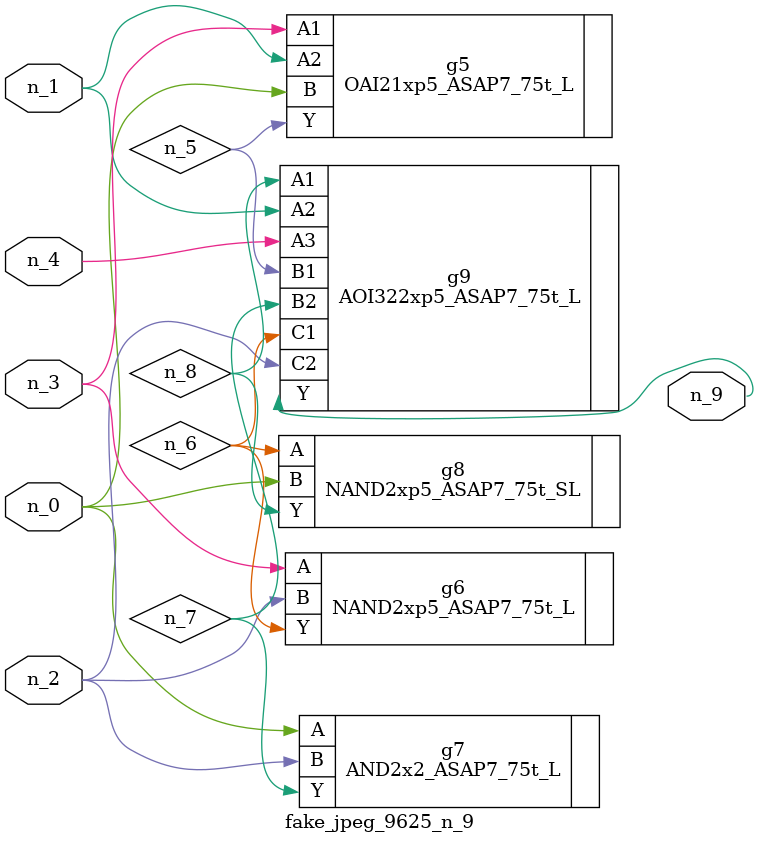
<source format=v>
module fake_jpeg_9625_n_9 (n_3, n_2, n_1, n_0, n_4, n_9);

input n_3;
input n_2;
input n_1;
input n_0;
input n_4;

output n_9;

wire n_8;
wire n_6;
wire n_5;
wire n_7;

OAI21xp5_ASAP7_75t_L g5 ( 
.A1(n_3),
.A2(n_1),
.B(n_0),
.Y(n_5)
);

NAND2xp5_ASAP7_75t_L g6 ( 
.A(n_3),
.B(n_2),
.Y(n_6)
);

AND2x2_ASAP7_75t_L g7 ( 
.A(n_0),
.B(n_2),
.Y(n_7)
);

NAND2xp5_ASAP7_75t_SL g8 ( 
.A(n_6),
.B(n_0),
.Y(n_8)
);

AOI322xp5_ASAP7_75t_L g9 ( 
.A1(n_8),
.A2(n_1),
.A3(n_4),
.B1(n_5),
.B2(n_7),
.C1(n_6),
.C2(n_2),
.Y(n_9)
);


endmodule
</source>
